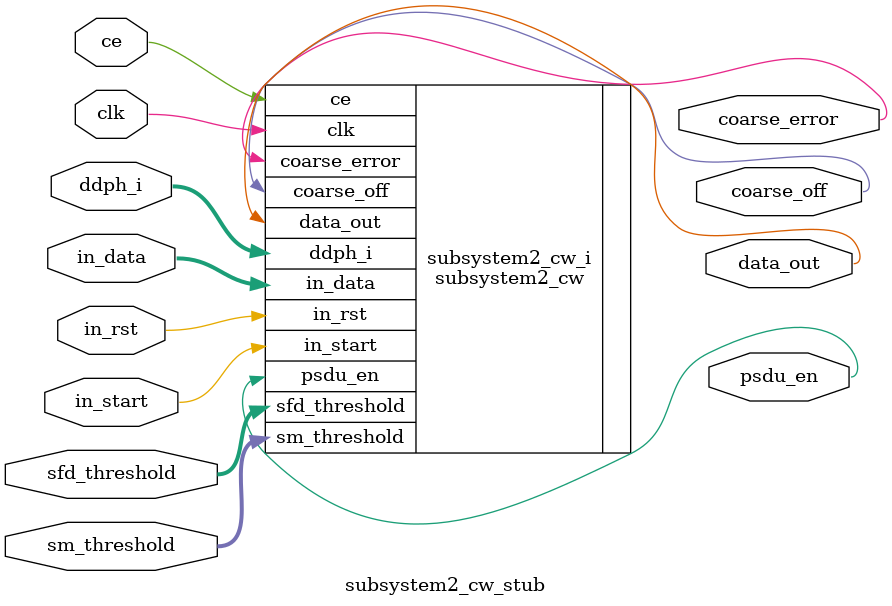
<source format=v>
`timescale 1ns / 1ps


module subsystem2_cw_stub
(
  ce,
  clk,// clock period = 20.0 ns (50.0 Mhz)
  coarse_error,
  coarse_off,
  data_out,
  ddph_i,
  in_data,
  in_rst,
  in_start,
  psdu_en,
  sfd_threshold,
  sm_threshold
  );

  input  ce;
  input  clk;// clock period = 20.0 ns (50.0 Mhz)
  output [0:0] coarse_error;
  output [0:0] coarse_off;
  output [0:0] data_out;
  input [2:0] ddph_i;
  input [7:0] in_data;
  input [0:0] in_rst;
  input [0:0] in_start;
  output [0:0] psdu_en;
  input [31:0] sfd_threshold;
  input [15:0] sm_threshold;

subsystem2_cw subsystem2_cw_i (
  .ce(ce),
  .clk(clk),
  .coarse_error(coarse_error),
  .coarse_off(coarse_off),
  .data_out(data_out),
  .ddph_i(ddph_i),
  .in_data(in_data),
  .in_rst(in_rst),
  .in_start(in_start),
  .psdu_en(psdu_en),
  .sfd_threshold(sfd_threshold),
  .sm_threshold(sm_threshold));

endmodule 

</source>
